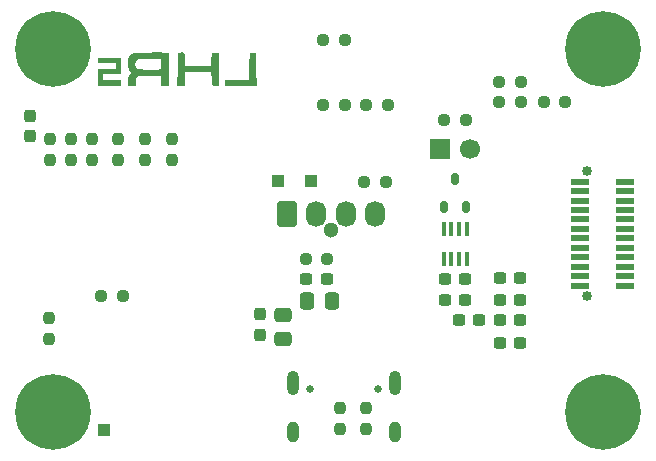
<source format=gbr>
%TF.GenerationSoftware,KiCad,Pcbnew,9.0.3*%
%TF.CreationDate,2025-11-05T13:51:27-06:00*%
%TF.ProjectId,PeripheralSOM,50657269-7068-4657-9261-6c534f4d2e6b,rev?*%
%TF.SameCoordinates,Original*%
%TF.FileFunction,Soldermask,Bot*%
%TF.FilePolarity,Negative*%
%FSLAX46Y46*%
G04 Gerber Fmt 4.6, Leading zero omitted, Abs format (unit mm)*
G04 Created by KiCad (PCBNEW 9.0.3) date 2025-11-05 13:51:27*
%MOMM*%
%LPD*%
G01*
G04 APERTURE LIST*
G04 Aperture macros list*
%AMRoundRect*
0 Rectangle with rounded corners*
0 $1 Rounding radius*
0 $2 $3 $4 $5 $6 $7 $8 $9 X,Y pos of 4 corners*
0 Add a 4 corners polygon primitive as box body*
4,1,4,$2,$3,$4,$5,$6,$7,$8,$9,$2,$3,0*
0 Add four circle primitives for the rounded corners*
1,1,$1+$1,$2,$3*
1,1,$1+$1,$4,$5*
1,1,$1+$1,$6,$7*
1,1,$1+$1,$8,$9*
0 Add four rect primitives between the rounded corners*
20,1,$1+$1,$2,$3,$4,$5,0*
20,1,$1+$1,$4,$5,$6,$7,0*
20,1,$1+$1,$6,$7,$8,$9,0*
20,1,$1+$1,$8,$9,$2,$3,0*%
G04 Aperture macros list end*
%ADD10C,0.000000*%
%ADD11C,1.300000*%
%ADD12RoundRect,0.250000X0.600000X-0.850000X0.600000X0.850000X-0.600000X0.850000X-0.600000X-0.850000X0*%
%ADD13O,1.700000X2.200000*%
%ADD14C,3.600000*%
%ADD15C,6.400000*%
%ADD16C,0.650000*%
%ADD17O,1.000000X2.100000*%
%ADD18O,1.000000X1.800000*%
%ADD19R,1.700000X1.700000*%
%ADD20C,1.700000*%
%ADD21RoundRect,0.175000X0.175000X-0.325000X0.175000X0.325000X-0.175000X0.325000X-0.175000X-0.325000X0*%
%ADD22RoundRect,0.237500X0.300000X0.237500X-0.300000X0.237500X-0.300000X-0.237500X0.300000X-0.237500X0*%
%ADD23RoundRect,0.250000X-0.337500X-0.475000X0.337500X-0.475000X0.337500X0.475000X-0.337500X0.475000X0*%
%ADD24RoundRect,0.237500X-0.250000X-0.237500X0.250000X-0.237500X0.250000X0.237500X-0.250000X0.237500X0*%
%ADD25RoundRect,0.237500X0.237500X-0.250000X0.237500X0.250000X-0.237500X0.250000X-0.237500X-0.250000X0*%
%ADD26RoundRect,0.237500X-0.300000X-0.237500X0.300000X-0.237500X0.300000X0.237500X-0.300000X0.237500X0*%
%ADD27RoundRect,0.237500X-0.237500X0.250000X-0.237500X-0.250000X0.237500X-0.250000X0.237500X0.250000X0*%
%ADD28RoundRect,0.237500X0.250000X0.237500X-0.250000X0.237500X-0.250000X-0.237500X0.250000X-0.237500X0*%
%ADD29RoundRect,0.237500X-0.237500X0.300000X-0.237500X-0.300000X0.237500X-0.300000X0.237500X0.300000X0*%
%ADD30RoundRect,0.250000X-0.300000X-0.300000X0.300000X-0.300000X0.300000X0.300000X-0.300000X0.300000X0*%
%ADD31R,1.000000X1.000000*%
%ADD32C,0.850000*%
%ADD33R,1.500000X0.550000*%
%ADD34RoundRect,0.250000X-0.475000X0.337500X-0.475000X-0.337500X0.475000X-0.337500X0.475000X0.337500X0*%
%ADD35R,0.450000X1.200000*%
G04 APERTURE END LIST*
D10*
%TO.C,LOGO2*%
G36*
X129942166Y-79461488D02*
G01*
X129955562Y-80860000D01*
X128619249Y-80860000D01*
X127282936Y-80860000D01*
X127282936Y-80609059D01*
X127282936Y-80358119D01*
X128303472Y-80344476D01*
X129324007Y-80330833D01*
X129349206Y-79196905D01*
X129374404Y-78062976D01*
X129651587Y-78062976D01*
X129928769Y-78062976D01*
X129942166Y-79461488D01*
G37*
G36*
X118500000Y-79188968D02*
G01*
X118500000Y-79894524D01*
X117718849Y-79894524D01*
X116937699Y-79894524D01*
X116937699Y-80146508D01*
X116937699Y-80398492D01*
X117718849Y-80398492D01*
X118500000Y-80398492D01*
X118500000Y-80625278D01*
X118500000Y-80852063D01*
X117492064Y-80852063D01*
X116484127Y-80852063D01*
X116484127Y-80146508D01*
X116484127Y-79440952D01*
X117265278Y-79440952D01*
X118046429Y-79440952D01*
X118046429Y-79188968D01*
X118046429Y-78936984D01*
X117265278Y-78936984D01*
X116484127Y-78936984D01*
X116484127Y-78710198D01*
X116484127Y-78483413D01*
X117492064Y-78483413D01*
X118500000Y-78483413D01*
X118500000Y-79188968D01*
G37*
G36*
X123770010Y-78047105D02*
G01*
X123846219Y-78096509D01*
X123888229Y-78199779D01*
X123907939Y-78372555D01*
X123917248Y-78630474D01*
X123931547Y-79171706D01*
X125015079Y-79171706D01*
X126098611Y-79171706D01*
X126113153Y-78670561D01*
X126119124Y-78533801D01*
X126135949Y-78331243D01*
X126158725Y-78178573D01*
X126184272Y-78101244D01*
X126189637Y-78095420D01*
X126298210Y-78052861D01*
X126497309Y-78048025D01*
X126753769Y-78062976D01*
X126767170Y-79463914D01*
X126780571Y-80864851D01*
X126464789Y-80849826D01*
X126149007Y-80834801D01*
X126134749Y-80266859D01*
X126120490Y-79698916D01*
X125026018Y-79712494D01*
X123931547Y-79726071D01*
X123917297Y-80293036D01*
X123903048Y-80860000D01*
X123576322Y-80860000D01*
X123249596Y-80860000D01*
X123262992Y-79461488D01*
X123276388Y-78062976D01*
X123473172Y-78046870D01*
X123647702Y-78035930D01*
X123770010Y-78047105D01*
G37*
G36*
X122495238Y-79475047D02*
G01*
X122495238Y-80860000D01*
X122167658Y-80860000D01*
X121840079Y-80860000D01*
X121840079Y-80431627D01*
X121840079Y-80003254D01*
X120886197Y-80003254D01*
X119932315Y-80003254D01*
X119827864Y-80136042D01*
X119778102Y-80214351D01*
X119735658Y-80357713D01*
X119723412Y-80564415D01*
X119723412Y-80860000D01*
X119389668Y-80860000D01*
X119055924Y-80860000D01*
X119077562Y-80407429D01*
X119079366Y-80370905D01*
X119094684Y-80153634D01*
X119117770Y-80008775D01*
X119154437Y-79911351D01*
X119210501Y-79836385D01*
X119219712Y-79826572D01*
X119286703Y-79746382D01*
X119286870Y-79694076D01*
X119222629Y-79628160D01*
X119178578Y-79572966D01*
X119108305Y-79412348D01*
X119057812Y-79203805D01*
X119040385Y-79039462D01*
X119698214Y-79039462D01*
X119698593Y-79074497D01*
X119722805Y-79265962D01*
X119788147Y-79384093D01*
X119804651Y-79398897D01*
X119855141Y-79427551D01*
X119933859Y-79448885D01*
X120055319Y-79464404D01*
X120234035Y-79475610D01*
X120484518Y-79484007D01*
X120821281Y-79491098D01*
X120822842Y-79491126D01*
X121121655Y-79494519D01*
X121385436Y-79493761D01*
X121597756Y-79489204D01*
X121742181Y-79481199D01*
X121802281Y-79470099D01*
X121808184Y-79459012D01*
X121824458Y-79367374D01*
X121835812Y-79209653D01*
X121840079Y-79012116D01*
X121840079Y-78592143D01*
X120888122Y-78592143D01*
X120632936Y-78592554D01*
X120360760Y-78595123D01*
X120163212Y-78601247D01*
X120025186Y-78612287D01*
X119931577Y-78629601D01*
X119867280Y-78654546D01*
X119817190Y-78688484D01*
X119746590Y-78763196D01*
X119708209Y-78870129D01*
X119698214Y-79039462D01*
X119040385Y-79039462D01*
X119034219Y-78981314D01*
X119044648Y-78778856D01*
X119073307Y-78619132D01*
X119113728Y-78462094D01*
X119170818Y-78337992D01*
X119255092Y-78242721D01*
X119377066Y-78172178D01*
X119547256Y-78122257D01*
X119776177Y-78088856D01*
X120074345Y-78067869D01*
X120452275Y-78055193D01*
X120920483Y-78046724D01*
X121243611Y-78042880D01*
X121580996Y-78041106D01*
X121877153Y-78041903D01*
X122117195Y-78045150D01*
X122286236Y-78050726D01*
X122369392Y-78058509D01*
X122495238Y-78090095D01*
X122495238Y-79012116D01*
X122495238Y-79475047D01*
G37*
%TD*%
D11*
%TO.C,J1*%
X136250000Y-93090000D03*
D12*
X132500000Y-91750000D03*
D13*
X135000000Y-91750000D03*
X137500000Y-91750000D03*
X140000000Y-91750000D03*
%TD*%
D14*
%TO.C,MH4*%
X159250000Y-108500000D03*
D15*
X159250000Y-108500000D03*
%TD*%
D14*
%TO.C,MH3*%
X112750000Y-108500000D03*
D15*
X112750000Y-108500000D03*
%TD*%
D14*
%TO.C,MH1*%
X112750000Y-77750000D03*
D15*
X112750000Y-77750000D03*
%TD*%
D16*
%TO.C,J2*%
X134462873Y-106492500D03*
X140242873Y-106492500D03*
D17*
X133032873Y-105992500D03*
D18*
X133032873Y-110172500D03*
D17*
X141672873Y-105992500D03*
D18*
X141672873Y-110172500D03*
%TD*%
D14*
%TO.C,MH2*%
X159250000Y-77750000D03*
D15*
X159250000Y-77750000D03*
%TD*%
D19*
%TO.C,JP1*%
X145475000Y-86250000D03*
D20*
X148015000Y-86250000D03*
%TD*%
D21*
%TO.C,U5*%
X147700000Y-91150000D03*
X145800000Y-91150000D03*
X146750000Y-88750000D03*
%TD*%
D22*
%TO.C,C12*%
X152287500Y-102600000D03*
X150562500Y-102600000D03*
%TD*%
D23*
%TO.C,C32*%
X134225000Y-99100000D03*
X136300000Y-99100000D03*
%TD*%
D24*
%TO.C,R21*%
X134112500Y-95500000D03*
X135937500Y-95500000D03*
%TD*%
D25*
%TO.C,R6*%
X118250000Y-87162500D03*
X118250000Y-85337500D03*
%TD*%
D26*
%TO.C,C33*%
X134162500Y-97200000D03*
X135887500Y-97200000D03*
%TD*%
D27*
%TO.C,R14*%
X136972873Y-108122500D03*
X136972873Y-109947500D03*
%TD*%
D26*
%TO.C,FB1*%
X147062500Y-100719760D03*
X148787500Y-100719760D03*
%TD*%
D22*
%TO.C,C15*%
X152287500Y-100719760D03*
X150562500Y-100719760D03*
%TD*%
D24*
%TO.C,R1*%
X139250000Y-82500000D03*
X141075000Y-82500000D03*
%TD*%
D28*
%TO.C,R9*%
X118625000Y-98700000D03*
X116800000Y-98700000D03*
%TD*%
D24*
%TO.C,R13*%
X150500000Y-80500000D03*
X152325000Y-80500000D03*
%TD*%
D26*
%TO.C,C24*%
X145912500Y-97250000D03*
X147637500Y-97250000D03*
%TD*%
D24*
%TO.C,R25*%
X139087500Y-89000000D03*
X140912500Y-89000000D03*
%TD*%
D27*
%TO.C,R33*%
X112500000Y-85337500D03*
X112500000Y-87162500D03*
%TD*%
D28*
%TO.C,R12*%
X152325000Y-82250000D03*
X150500000Y-82250000D03*
%TD*%
D29*
%TO.C,C36*%
X110750000Y-83387500D03*
X110750000Y-85112500D03*
%TD*%
D25*
%TO.C,R17*%
X120500000Y-87162500D03*
X120500000Y-85337500D03*
%TD*%
%TO.C,R10*%
X114250000Y-87162500D03*
X114250000Y-85337500D03*
%TD*%
D28*
%TO.C,R23*%
X156075000Y-82250000D03*
X154250000Y-82250000D03*
%TD*%
D26*
%TO.C,FB4*%
X150562500Y-97100000D03*
X152287500Y-97100000D03*
%TD*%
D25*
%TO.C,R11*%
X116000000Y-87162500D03*
X116000000Y-85337500D03*
%TD*%
D30*
%TO.C,D1*%
X131750000Y-88944000D03*
X134550000Y-88944000D03*
%TD*%
D28*
%TO.C,R28*%
X137412500Y-82500000D03*
X135587500Y-82500000D03*
%TD*%
D29*
%TO.C,C31*%
X130262500Y-100200000D03*
X130262500Y-101925000D03*
%TD*%
D25*
%TO.C,R8*%
X112412500Y-102312500D03*
X112412500Y-100487500D03*
%TD*%
D26*
%TO.C,C19*%
X145912500Y-99000000D03*
X147637500Y-99000000D03*
%TD*%
D22*
%TO.C,C7*%
X152287500Y-99000000D03*
X150562500Y-99000000D03*
%TD*%
D27*
%TO.C,R16*%
X139172873Y-108122500D03*
X139172873Y-109947500D03*
%TD*%
D31*
%TO.C,TP8*%
X117000000Y-110000000D03*
%TD*%
D32*
%TO.C,J4*%
X157950000Y-88075000D03*
X157950000Y-98675000D03*
D33*
X161150000Y-97775000D03*
X157350000Y-97775000D03*
X161150000Y-96975000D03*
X157350000Y-96975000D03*
X161150000Y-96175000D03*
X157350000Y-96175000D03*
X161150000Y-95375000D03*
X157350000Y-95375000D03*
X161150000Y-94575000D03*
X157350000Y-94575000D03*
X161150000Y-93775000D03*
X157350000Y-93775000D03*
X161150000Y-92975000D03*
X157350000Y-92975000D03*
X161150000Y-92175000D03*
X157350000Y-92175000D03*
X161150000Y-91375000D03*
X157350000Y-91375000D03*
X161150000Y-90575000D03*
X157350000Y-90575000D03*
X161150000Y-89775000D03*
X157350000Y-89775000D03*
X161150000Y-88975000D03*
X157350000Y-88975000D03*
%TD*%
D34*
%TO.C,C30*%
X132162500Y-100262500D03*
X132162500Y-102337500D03*
%TD*%
D25*
%TO.C,R18*%
X122750000Y-87162500D03*
X122750000Y-85337500D03*
%TD*%
D28*
%TO.C,R31*%
X137412500Y-77000000D03*
X135587500Y-77000000D03*
%TD*%
D35*
%TO.C,U4*%
X147750000Y-95500000D03*
X147100000Y-95500000D03*
X146450000Y-95500000D03*
X145800000Y-95500000D03*
X145800000Y-93000000D03*
X146450000Y-93000000D03*
X147100000Y-93000000D03*
X147750000Y-93000000D03*
%TD*%
D28*
%TO.C,R7*%
X147662500Y-83750000D03*
X145837500Y-83750000D03*
%TD*%
M02*

</source>
